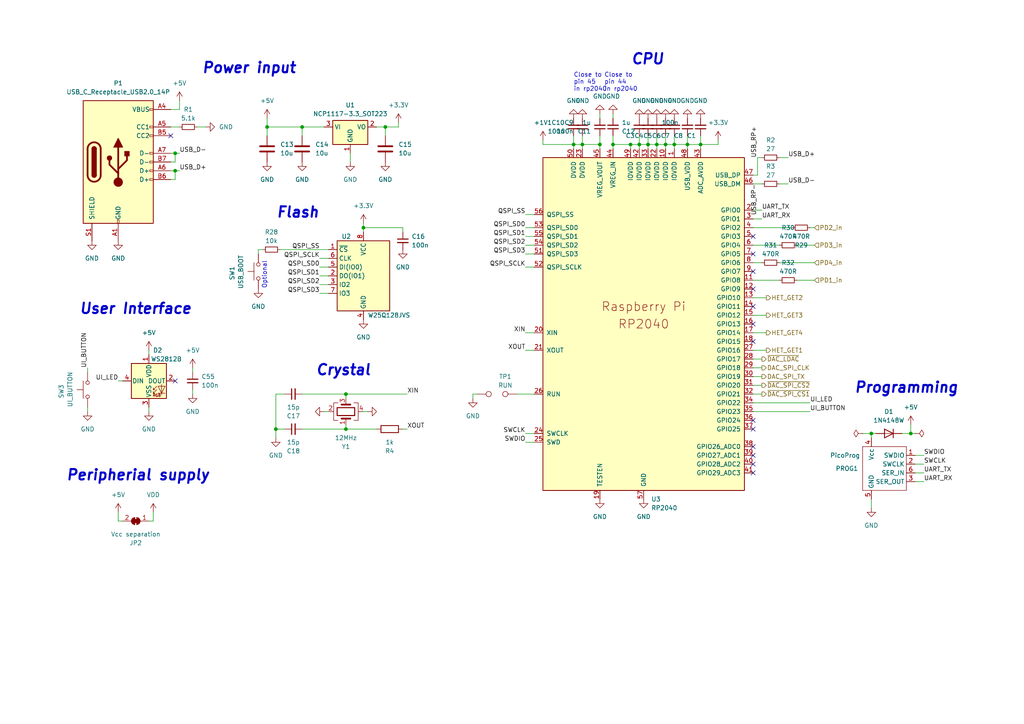
<source format=kicad_sch>
(kicad_sch (version 20231120) (generator "eeschema") (generator_version "8.0")
  (paper "A4")
  (lib_symbols
    (symbol "Connector:TestPoint" (pin_numbers hide) (pin_names (offset 0.762) hide)
      (property "Reference" "TP" (at 0 6.858 0))
      (property "Value" "TestPoint" (at 0 5.08 0))
      (symbol "TestPoint_1_1"
        (pin passive line (at 0 0 90) (length 2.54) (name "1") (number "1"))
      )
    )
    (symbol "Connector:USB_C_Receptacle_USB2.0_14P" (pin_names (offset 1.016))
      (property "Reference" "J" (at 0 22.225 0))
      (property "Value" "USB_C_Receptacle_USB2.0_14P" (at 0 19.685 0))
      (symbol "USB_C_Receptacle_USB2.0_14P_1_1"
        (pin passive line (at 0 -22.86 90) (length 5.08) (name "GND") (number "A1"))
        (pin passive line (at 0 -22.86 90) (length 5.08) hide (name "GND") (number "A12"))
        (pin passive line (at 15.24 15.24 180) (length 5.08) (name "VBUS") (number "A4"))
        (pin bidirectional line (at 15.24 10.16 180) (length 5.08) (name "CC1") (number "A5"))
        (pin bidirectional line (at 15.24 -2.54 180) (length 5.08) (name "D+") (number "A6"))
        (pin bidirectional line (at 15.24 2.54 180) (length 5.08) (name "D-") (number "A7"))
        (pin passive line (at 15.24 15.24 180) (length 5.08) hide (name "VBUS") (number "A9"))
        (pin passive line (at 0 -22.86 90) (length 5.08) hide (name "GND") (number "B1"))
        (pin passive line (at 0 -22.86 90) (length 5.08) hide (name "GND") (number "B12"))
        (pin passive line (at 15.24 15.24 180) (length 5.08) hide (name "VBUS") (number "B4"))
        (pin bidirectional line (at 15.24 7.62 180) (length 5.08) (name "CC2") (number "B5"))
        (pin bidirectional line (at 15.24 -5.08 180) (length 5.08) (name "D+") (number "B6"))
        (pin bidirectional line (at 15.24 0 180) (length 5.08) (name "D-") (number "B7"))
        (pin passive line (at 15.24 15.24 180) (length 5.08) hide (name "VBUS") (number "B9"))
        (pin passive line (at -7.62 -22.86 90) (length 5.08) (name "SHIELD") (number "S1"))
      )
    )
    (symbol "Device:C" (pin_numbers hide) (pin_names (offset 0.254))
      (property "Reference" "C" (at 0.635 2.54 0))
      (property "Value" "C" (at 0.635 -2.54 0))
      (symbol "C_1_1"
        (pin passive line (at 0 3.81 270) (length 2.794) (name "~") (number "1"))
        (pin passive line (at 0 -3.81 90) (length 2.794) (name "~") (number "2"))
      )
    )
    (symbol "Device:C_Small" (pin_numbers hide) (pin_names (offset 0.254) hide)
      (property "Reference" "C" (at 0.254 1.778 0))
      (property "Value" "C_Small" (at 0.254 -2.032 0))
      (symbol "C_Small_1_1"
        (pin passive line (at 0 2.54 270) (length 2.032) (name "~") (number "1"))
        (pin passive line (at 0 -2.54 90) (length 2.032) (name "~") (number "2"))
      )
    )
    (symbol "Device:Crystal_GND24" (pin_names (offset 1.016) hide)
      (property "Reference" "Y" (at 3.175 5.08 0))
      (property "Value" "Crystal_GND24" (at 3.175 3.175 0))
      (symbol "Crystal_GND24_1_1"
        (pin passive line (at -3.81 0 0) (length 1.27) (name "1") (number "1"))
        (pin passive line (at 0 5.08 270) (length 1.27) (name "2") (number "2"))
        (pin passive line (at 3.81 0 180) (length 1.27) (name "3") (number "3"))
        (pin passive line (at 0 -5.08 90) (length 1.27) (name "4") (number "4"))
      )
    )
    (symbol "Device:R" (pin_numbers hide) (pin_names (offset 0))
      (property "Reference" "R" (at 2.032 0 90))
      (property "Value" "R" (at 0 0 90))
      (symbol "R_1_1"
        (pin passive line (at 0 3.81 270) (length 1.27) (name "~") (number "1"))
        (pin passive line (at 0 -3.81 90) (length 1.27) (name "~") (number "2"))
      )
    )
    (symbol "Device:R_Small" (pin_numbers hide) (pin_names (offset 0.254) hide)
      (property "Reference" "R" (at 0.762 0.508 0))
      (property "Value" "R_Small" (at 0.762 -1.016 0))
      (symbol "R_Small_1_1"
        (pin passive line (at 0 2.54 270) (length 0.762) (name "~") (number "1"))
        (pin passive line (at 0 -2.54 90) (length 0.762) (name "~") (number "2"))
      )
    )
    (symbol "Diode:1N4148W" (pin_numbers hide) (pin_names hide)
      (property "Reference" "D" (at 0 2.54 0))
      (property "Value" "1N4148W" (at 0 -2.54 0))
      (symbol "1N4148W_1_1"
        (pin passive line (at -3.81 0 0) (length 2.54) (name "K") (number "1"))
        (pin passive line (at 3.81 0 180) (length 2.54) (name "A") (number "2"))
      )
    )
    (symbol "Jumper:SolderJumper_2_Bridged" (pin_names (offset 0) hide)
      (property "Reference" "JP" (at 0 2.032 0))
      (property "Value" "SolderJumper_2_Bridged" (at 0 -2.54 0))
      (symbol "SolderJumper_2_Bridged_1_1"
        (pin passive line (at -3.81 0 0) (length 2.54) (name "A") (number "1"))
        (pin passive line (at 3.81 0 180) (length 2.54) (name "B") (number "2"))
      )
    )
    (symbol "LED:WS2812B" (pin_names (offset 0.254))
      (property "Reference" "D" (at 5.08 5.715 0))
      (property "Value" "WS2812B" (at 1.27 -5.715 0))
      (symbol "WS2812B_0_0"
        (text "RGB" (at 2.286 -4.191 0) (effects (font (size 0.762 0.762))))
      )
      (symbol "WS2812B_1_1"
        (pin power_in line (at 0 7.62 270) (length 2.54) (name "VDD") (number "1"))
        (pin output line (at 7.62 0 180) (length 2.54) (name "DOUT") (number "2"))
        (pin power_in line (at 0 -7.62 90) (length 2.54) (name "VSS") (number "3"))
        (pin input line (at -7.62 0 0) (length 2.54) (name "DIN") (number "4"))
      )
    )
    (symbol "Memory_Flash:W25Q128JVS"
      (property "Reference" "U" (at -8.89 8.89 0))
      (property "Value" "W25Q128JVS" (at 7.62 8.89 0))
      (symbol "W25Q128JVS_1_1"
        (pin input line (at -10.16 7.62 0) (length 2.54) (name "~{CS}") (number "1"))
        (pin bidirectional line (at -10.16 0 0) (length 2.54) (name "DO(IO1)") (number "2"))
        (pin bidirectional line (at -10.16 -2.54 0) (length 2.54) (name "IO2") (number "3"))
        (pin power_in line (at 0 -12.7 90) (length 2.54) (name "GND") (number "4"))
        (pin bidirectional line (at -10.16 2.54 0) (length 2.54) (name "DI(IO0)") (number "5"))
        (pin input line (at -10.16 5.08 0) (length 2.54) (name "CLK") (number "6"))
        (pin bidirectional line (at -10.16 -5.08 0) (length 2.54) (name "IO3") (number "7"))
        (pin power_in line (at 0 12.7 270) (length 2.54) (name "VCC") (number "8"))
      )
    )
    (symbol "Regulator_Linear:NCP1117-3.3_SOT223"
      (property "Reference" "U" (at -3.81 3.175 0))
      (property "Value" "NCP1117-3.3_SOT223" (at 0 3.175 0))
      (symbol "NCP1117-3.3_SOT223_1_1"
        (pin power_in line (at 0 -7.62 90) (length 2.54) (name "GND") (number "1"))
        (pin power_out line (at 7.62 0 180) (length 2.54) (name "VO") (number "2"))
        (pin power_in line (at -7.62 0 0) (length 2.54) (name "VI") (number "3"))
      )
    )
    (symbol "Switch:SW_Omron_B3FS" (pin_numbers hide) (pin_names (offset 1.016) hide)
      (property "Reference" "SW" (at 1.27 2.54 0))
      (property "Value" "SW_Omron_B3FS" (at 0 -1.524 0))
      (symbol "SW_Omron_B3FS_0_1"
        (pin passive line (at -5.08 0 0) (length 2.54) (name "1") (number "1"))
        (pin passive line (at 5.08 0 180) (length 2.54) (name "2") (number "2"))
      )
    )
    (symbol "power:+1V1" (power) (pin_names (offset 0))
      (property "Value" "+1V1" (at 0 3.556 0))
      (symbol "+1V1_1_1"
        (pin power_in line (at 0 0 90) (length 0) hide (name "+1V1") (number "1"))
      )
    )
    (symbol "power:+3.3V" (power) (pin_names (offset 0))
      (property "Value" "+3.3V" (at 0 3.556 0))
      (symbol "+3.3V_1_1"
        (pin power_in line (at 0 0 90) (length 0) hide (name "+3.3V") (number "1"))
      )
    )
    (symbol "power:+5V" (power) (pin_names (offset 0))
      (property "Value" "+5V" (at 0 3.556 0))
      (symbol "+5V_1_1"
        (pin power_in line (at 0 0 90) (length 0) hide (name "+5V") (number "1"))
      )
    )
    (symbol "power:GND" (power) (pin_names (offset 0))
      (property "Value" "GND" (at 0 -3.81 0))
      (symbol "GND_1_1"
        (pin power_in line (at 0 0 270) (length 0) hide (name "GND") (number "1"))
      )
    )
    (symbol "power:PWR_FLAG" (power) (pin_numbers hide) (pin_names (offset 0) hide)
      (property "Value" "PWR_FLAG" (at 0 3.81 0))
      (symbol "PWR_FLAG_0_0"
        (pin power_out line (at 0 0 90) (length 0) (name "pwr") (number "1"))
      )
    )
    (symbol "power:VDD" (power) (pin_names (offset 0))
      (property "Value" "VDD" (at 0 3.81 0))
      (symbol "VDD_1_1"
        (pin power_in line (at 0 0 90) (length 0) hide (name "VDD") (number "1"))
      )
    )
    (symbol "programming_connectors:SWD_UART_connector_02x03pin"
      (property "Reference" "PROG" (at 0 7.62 0))
      (symbol "SWD_UART_connector_02x03pin_1_1"
        (pin bidirectional line (at 8.89 3.81 180) (length 2.54) (name "SWDIO") (number "1"))
        (pin output line (at 8.89 1.27 180) (length 2.54) (name "SWCLK") (number "2"))
        (pin output line (at 8.89 -3.81 180) (length 2.54) (name "SER_OUT") (number "3"))
        (pin power_in line (at -3.81 8.89 270) (length 2.54) (name "Vcc") (number "4"))
        (pin power_out line (at -3.81 -8.89 90) (length 2.54) (name "GND") (number "5"))
        (pin input line (at 8.89 -1.27 180) (length 2.54) (name "SER_IN") (number "6"))
      )
    )
    (symbol "rp-pico:RP2040" (pin_names (offset 1.016))
      (property "Reference" "U" (at -29.21 49.53 0))
      (property "Value" "RP2040" (at 24.13 -49.53 0))
      (symbol "RP2040_0_0"
        (text "Raspberry Pi" (at 0 5.08 0) (effects (font (size 2.54 2.54))))
        (text "RP2040" (at 0 0 0) (effects (font (size 2.54 2.54))))
      )
      (symbol "RP2040_1_1"
        (pin power_in line (at 8.89 50.8 270) (length 2.54) (name "IOVDD") (number "1"))
        (pin power_in line (at 6.35 50.8 270) (length 2.54) (name "IOVDD") (number "10"))
        (pin bidirectional line (at 31.75 12.7 180) (length 2.54) (name "GPIO8") (number "11"))
        (pin bidirectional line (at 31.75 10.16 180) (length 2.54) (name "GPIO9") (number "12"))
        (pin bidirectional line (at 31.75 7.62 180) (length 2.54) (name "GPIO10") (number "13"))
        (pin bidirectional line (at 31.75 5.08 180) (length 2.54) (name "GPIO11") (number "14"))
        (pin bidirectional line (at 31.75 2.54 180) (length 2.54) (name "GPIO12") (number "15"))
        (pin bidirectional line (at 31.75 0 180) (length 2.54) (name "GPIO13") (number "16"))
        (pin bidirectional line (at 31.75 -2.54 180) (length 2.54) (name "GPIO14") (number "17"))
        (pin bidirectional line (at 31.75 -5.08 180) (length 2.54) (name "GPIO15") (number "18"))
        (pin passive line (at -12.7 -50.8 90) (length 2.54) (name "TESTEN") (number "19"))
        (pin bidirectional line (at 31.75 33.02 180) (length 2.54) (name "GPIO0") (number "2"))
        (pin input line (at -31.75 -2.54 0) (length 2.54) (name "XIN") (number "20"))
        (pin passive line (at -31.75 -7.62 0) (length 2.54) (name "XOUT") (number "21"))
        (pin power_in line (at 3.81 50.8 270) (length 2.54) (name "IOVDD") (number "22"))
        (pin power_in line (at -17.78 50.8 270) (length 2.54) (name "DVDD") (number "23"))
        (pin output line (at -31.75 -31.75 0) (length 2.54) (name "SWCLK") (number "24"))
        (pin bidirectional line (at -31.75 -34.29 0) (length 2.54) (name "SWD") (number "25"))
        (pin input line (at -31.75 -20.32 0) (length 2.54) (name "RUN") (number "26"))
        (pin bidirectional line (at 31.75 -7.62 180) (length 2.54) (name "GPIO16") (number "27"))
        (pin bidirectional line (at 31.75 -10.16 180) (length 2.54) (name "GPIO17") (number "28"))
        (pin bidirectional line (at 31.75 -12.7 180) (length 2.54) (name "GPIO18") (number "29"))
        (pin bidirectional line (at 31.75 30.48 180) (length 2.54) (name "GPIO1") (number "3"))
        (pin bidirectional line (at 31.75 -15.24 180) (length 2.54) (name "GPIO19") (number "30"))
        (pin bidirectional line (at 31.75 -17.78 180) (length 2.54) (name "GPIO20") (number "31"))
        (pin bidirectional line (at 31.75 -20.32 180) (length 2.54) (name "GPIO21") (number "32"))
        (pin power_in line (at 1.27 50.8 270) (length 2.54) (name "IOVDD") (number "33"))
        (pin bidirectional line (at 31.75 -22.86 180) (length 2.54) (name "GPIO22") (number "34"))
        (pin bidirectional line (at 31.75 -25.4 180) (length 2.54) (name "GPIO23") (number "35"))
        (pin bidirectional line (at 31.75 -27.94 180) (length 2.54) (name "GPIO24") (number "36"))
        (pin bidirectional line (at 31.75 -30.48 180) (length 2.54) (name "GPIO25") (number "37"))
        (pin bidirectional line (at 31.75 -35.56 180) (length 2.54) (name "GPIO26_ADC0") (number "38"))
        (pin bidirectional line (at 31.75 -38.1 180) (length 2.54) (name "GPIO27_ADC1") (number "39"))
        (pin bidirectional line (at 31.75 27.94 180) (length 2.54) (name "GPIO2") (number "4"))
        (pin bidirectional line (at 31.75 -40.64 180) (length 2.54) (name "GPIO28_ADC2") (number "40"))
        (pin bidirectional line (at 31.75 -43.18 180) (length 2.54) (name "GPIO29_ADC3") (number "41"))
        (pin power_in line (at -1.27 50.8 270) (length 2.54) (name "IOVDD") (number "42"))
        (pin power_in line (at 16.51 50.8 270) (length 2.54) (name "ADC_AVDD") (number "43"))
        (pin power_in line (at -8.89 50.8 270) (length 2.54) (name "VREG_IN") (number "44"))
        (pin power_out line (at -12.7 50.8 270) (length 2.54) (name "VREG_VOUT") (number "45"))
        (pin bidirectional line (at 31.75 40.64 180) (length 2.54) (name "USB_DM") (number "46"))
        (pin bidirectional line (at 31.75 43.18 180) (length 2.54) (name "USB_DP") (number "47"))
        (pin power_in line (at 12.7 50.8 270) (length 2.54) (name "USB_VDD") (number "48"))
        (pin power_in line (at -3.81 50.8 270) (length 2.54) (name "IOVDD") (number "49"))
        (pin bidirectional line (at 31.75 25.4 180) (length 2.54) (name "GPIO3") (number "5"))
        (pin power_in line (at -20.32 50.8 270) (length 2.54) (name "DVDD") (number "50"))
        (pin bidirectional line (at -31.75 20.32 0) (length 2.54) (name "QSPI_SD3") (number "51"))
        (pin output line (at -31.75 16.51 0) (length 2.54) (name "QSPI_SCLK") (number "52"))
        (pin bidirectional line (at -31.75 27.94 0) (length 2.54) (name "QSPI_SD0") (number "53"))
        (pin bidirectional line (at -31.75 22.86 0) (length 2.54) (name "QSPI_SD2") (number "54"))
        (pin bidirectional line (at -31.75 25.4 0) (length 2.54) (name "QSPI_SD1") (number "55"))
        (pin bidirectional line (at -31.75 31.75 0) (length 2.54) (name "QSPI_SS") (number "56"))
        (pin power_in line (at 0 -50.8 90) (length 2.54) (name "GND") (number "57"))
        (pin bidirectional line (at 31.75 22.86 180) (length 2.54) (name "GPIO4") (number "6"))
        (pin bidirectional line (at 31.75 20.32 180) (length 2.54) (name "GPIO5") (number "7"))
        (pin bidirectional line (at 31.75 17.78 180) (length 2.54) (name "GPIO6") (number "8"))
        (pin bidirectional line (at 31.75 15.24 180) (length 2.54) (name "GPIO7") (number "9"))
      )
    )
  )
  (junction (at 195.58 41.91))
  (junction (at 177.8 41.91))
  (junction (at 50.8 49.53))
  (junction (at 100.33 124.46))
  (junction (at 168.91 41.91))
  (junction (at 199.39 41.91))
  (junction (at 187.96 41.91))
  (junction (at 77.47 36.83))
  (junction (at 203.2 41.91))
  (junction (at 105.41 66.04))
  (junction (at 111.76 36.83))
  (junction (at 80.01 124.46))
  (junction (at 166.37 41.91))
  (junction (at 100.33 114.3))
  (junction (at 185.42 41.91))
  (junction (at 264.16 125.73))
  (junction (at 193.04 41.91))
  (junction (at 87.63 36.83))
  (junction (at 173.99 41.91))
  (junction (at 190.5 41.91))
  (junction (at 182.88 41.91))
  (junction (at 50.8 44.45))
  (junction (at 252.73 125.73))
  (no_connect (at 50.8 110.49))
  (no_connect (at 218.44 124.46))
  (no_connect (at 218.44 132.08))
  (no_connect (at 218.44 129.54))
  (no_connect (at 218.44 68.58))
  (no_connect (at 218.44 78.74))
  (no_connect (at 218.44 137.16))
  (no_connect (at 49.53 39.37))
  (no_connect (at 218.44 83.82))
  (no_connect (at 218.44 73.66))
  (no_connect (at 218.44 99.06))
  (no_connect (at 218.44 134.62))
  (no_connect (at 218.44 121.92))
  (no_connect (at 218.44 88.9))
  (no_connect (at 218.44 93.98))
  (wire (pts (xy 43.18 151.13) (xy 44.45 151.13)))
  (wire (pts (xy 154.94 125.73) (xy 152.4 125.73)))
  (wire (pts (xy 87.63 124.46) (xy 100.33 124.46)))
  (wire (pts (xy 220.98 63.5) (xy 218.44 63.5)))
  (wire (pts (xy 264.16 125.73) (xy 264.16 123.19)))
  (wire (pts (xy 195.58 41.91) (xy 195.58 43.18)))
  (wire (pts (xy 111.76 36.83) (xy 111.76 39.37)))
  (wire (pts (xy 193.04 39.37) (xy 193.04 41.91)))
  (wire (pts (xy 199.39 39.37) (xy 199.39 41.91)))
  (wire (pts (xy 190.5 39.37) (xy 190.5 41.91)))
  (wire (pts (xy 49.53 46.99) (xy 50.8 46.99)))
  (wire (pts (xy 166.37 41.91) (xy 166.37 43.18)))
  (wire (pts (xy 231.14 81.28) (xy 236.22 81.28)))
  (wire (pts (xy 100.33 115.57) (xy 100.33 114.3)))
  (wire (pts (xy 105.41 64.77) (xy 105.41 66.04)))
  (wire (pts (xy 195.58 39.37) (xy 195.58 41.91)))
  (wire (pts (xy 152.4 68.58) (xy 154.94 68.58)))
  (wire (pts (xy 92.71 77.47) (xy 95.25 77.47)))
  (wire (pts (xy 152.4 101.6) (xy 154.94 101.6)))
  (wire (pts (xy 137.16 114.3) (xy 137.16 115.57)))
  (wire (pts (xy 187.96 41.91) (xy 190.5 41.91)))
  (wire (pts (xy 173.99 34.29) (xy 173.99 33.02)))
  (wire (pts (xy 199.39 41.91) (xy 203.2 41.91)))
  (wire (pts (xy 80.01 124.46) (xy 80.01 114.3)))
  (wire (pts (xy 231.14 71.12) (xy 236.22 71.12)))
  (wire (pts (xy 177.8 41.91) (xy 182.88 41.91)))
  (wire (pts (xy 218.44 101.6) (xy 222.25 101.6)))
  (wire (pts (xy 52.07 49.53) (xy 50.8 49.53)))
  (wire (pts (xy 105.41 66.04) (xy 116.84 66.04)))
  (wire (pts (xy 50.8 46.99) (xy 50.8 44.45)))
  (wire (pts (xy 106.68 119.38) (xy 105.41 119.38)))
  (wire (pts (xy 25.4 118.11) (xy 25.4 119.38)))
  (wire (pts (xy 218.44 104.14) (xy 220.98 104.14)))
  (wire (pts (xy 199.39 41.91) (xy 199.39 43.18)))
  (wire (pts (xy 101.6 44.45) (xy 101.6 46.99)))
  (wire (pts (xy 138.43 114.3) (xy 137.16 114.3)))
  (wire (pts (xy 92.71 82.55) (xy 95.25 82.55)))
  (wire (pts (xy 92.71 85.09) (xy 95.25 85.09)))
  (wire (pts (xy 152.4 66.04) (xy 154.94 66.04)))
  (wire (pts (xy 93.98 36.83) (xy 87.63 36.83)))
  (wire (pts (xy 252.73 144.78) (xy 252.73 147.32)))
  (wire (pts (xy 34.29 110.49) (xy 35.56 110.49)))
  (wire (pts (xy 109.22 36.83) (xy 111.76 36.83)))
  (wire (pts (xy 218.44 96.52) (xy 222.25 96.52)))
  (wire (pts (xy 152.4 62.23) (xy 154.94 62.23)))
  (wire (pts (xy 49.53 52.07) (xy 50.8 52.07)))
  (wire (pts (xy 74.93 72.39) (xy 76.2 72.39)))
  (wire (pts (xy 265.43 132.08) (xy 267.97 132.08)))
  (wire (pts (xy 100.33 114.3) (xy 118.11 114.3)))
  (wire (pts (xy 44.45 148.59) (xy 44.45 151.13)))
  (wire (pts (xy 218.44 109.22) (xy 220.98 109.22)))
  (wire (pts (xy 264.16 125.73) (xy 265.43 125.73)))
  (wire (pts (xy 218.44 53.34) (xy 220.98 53.34)))
  (wire (pts (xy 82.55 124.46) (xy 80.01 124.46)))
  (wire (pts (xy 92.71 74.93) (xy 95.25 74.93)))
  (wire (pts (xy 218.44 86.36) (xy 222.25 86.36)))
  (wire (pts (xy 80.01 114.3) (xy 82.55 114.3)))
  (wire (pts (xy 74.93 73.66) (xy 74.93 72.39)))
  (wire (pts (xy 157.48 41.91) (xy 166.37 41.91)))
  (wire (pts (xy 55.88 113.03) (xy 55.88 114.3)))
  (wire (pts (xy 208.28 41.91) (xy 203.2 41.91)))
  (wire (pts (xy 218.44 66.04) (xy 229.87 66.04)))
  (wire (pts (xy 166.37 39.37) (xy 166.37 41.91)))
  (wire (pts (xy 115.57 36.83) (xy 111.76 36.83)))
  (wire (pts (xy 208.28 40.64) (xy 208.28 41.91)))
  (wire (pts (xy 254 125.73) (xy 252.73 125.73)))
  (wire (pts (xy 87.63 36.83) (xy 87.63 39.37)))
  (wire (pts (xy 203.2 43.18) (xy 203.2 41.91)))
  (wire (pts (xy 100.33 124.46) (xy 109.22 124.46)))
  (wire (pts (xy 55.88 106.68) (xy 55.88 107.95)))
  (wire (pts (xy 43.18 118.11) (xy 43.18 119.38)))
  (wire (pts (xy 218.44 76.2) (xy 220.98 76.2)))
  (wire (pts (xy 219.71 45.72) (xy 220.98 45.72)))
  (wire (pts (xy 218.44 91.44) (xy 222.25 91.44)))
  (wire (pts (xy 43.18 101.6) (xy 43.18 102.87)))
  (wire (pts (xy 190.5 41.91) (xy 190.5 43.18)))
  (wire (pts (xy 250.19 125.73) (xy 252.73 125.73)))
  (wire (pts (xy 193.04 41.91) (xy 190.5 41.91)))
  (wire (pts (xy 218.44 71.12) (xy 226.06 71.12)))
  (wire (pts (xy 218.44 116.84) (xy 234.95 116.84)))
  (wire (pts (xy 252.73 125.73) (xy 252.73 127)))
  (wire (pts (xy 149.86 114.3) (xy 154.94 114.3)))
  (wire (pts (xy 152.4 73.66) (xy 154.94 73.66)))
  (wire (pts (xy 100.33 124.46) (xy 100.33 123.19)))
  (wire (pts (xy 87.63 114.3) (xy 100.33 114.3)))
  (wire (pts (xy 195.58 41.91) (xy 193.04 41.91)))
  (wire (pts (xy 265.43 137.16) (xy 267.97 137.16)))
  (wire (pts (xy 157.48 40.64) (xy 157.48 41.91)))
  (wire (pts (xy 118.11 124.46) (xy 116.84 124.46)))
  (wire (pts (xy 173.99 39.37) (xy 173.99 41.91)))
  (wire (pts (xy 77.47 36.83) (xy 87.63 36.83)))
  (wire (pts (xy 177.8 34.29) (xy 177.8 33.02)))
  (wire (pts (xy 50.8 44.45) (xy 49.53 44.45)))
  (wire (pts (xy 218.44 111.76) (xy 220.98 111.76)))
  (wire (pts (xy 93.98 119.38) (xy 95.25 119.38)))
  (wire (pts (xy 218.44 81.28) (xy 226.06 81.28)))
  (wire (pts (xy 52.07 44.45) (xy 50.8 44.45)))
  (wire (pts (xy 218.44 114.3) (xy 220.98 114.3)))
  (wire (pts (xy 168.91 39.37) (xy 168.91 41.91)))
  (wire (pts (xy 77.47 34.29) (xy 77.47 36.83)))
  (wire (pts (xy 49.53 36.83) (xy 52.07 36.83)))
  (wire (pts (xy 187.96 41.91) (xy 187.96 43.18)))
  (wire (pts (xy 154.94 128.27) (xy 152.4 128.27)))
  (wire (pts (xy 177.8 43.18) (xy 177.8 41.91)))
  (wire (pts (xy 261.62 125.73) (xy 264.16 125.73)))
  (wire (pts (xy 52.07 31.75) (xy 49.53 31.75)))
  (wire (pts (xy 187.96 41.91) (xy 185.42 41.91)))
  (wire (pts (xy 265.43 134.62) (xy 267.97 134.62)))
  (wire (pts (xy 234.95 66.04) (xy 236.22 66.04)))
  (wire (pts (xy 57.15 36.83) (xy 59.69 36.83)))
  (wire (pts (xy 219.71 50.8) (xy 218.44 50.8)))
  (wire (pts (xy 185.42 39.37) (xy 185.42 41.91)))
  (wire (pts (xy 265.43 139.7) (xy 267.97 139.7)))
  (wire (pts (xy 187.96 39.37) (xy 187.96 41.91)))
  (wire (pts (xy 116.84 67.31) (xy 116.84 66.04)))
  (wire (pts (xy 168.91 41.91) (xy 173.99 41.91)))
  (wire (pts (xy 220.98 60.96) (xy 218.44 60.96)))
  (wire (pts (xy 80.01 124.46) (xy 80.01 127)))
  (wire (pts (xy 173.99 41.91) (xy 173.99 43.18)))
  (wire (pts (xy 77.47 39.37) (xy 77.47 36.83)))
  (wire (pts (xy 152.4 77.47) (xy 154.94 77.47)))
  (wire (pts (xy 203.2 39.37) (xy 203.2 41.91)))
  (wire (pts (xy 193.04 41.91) (xy 193.04 43.18)))
  (wire (pts (xy 166.37 41.91) (xy 168.91 41.91)))
  (wire (pts (xy 81.28 72.39) (xy 95.25 72.39)))
  (wire (pts (xy 152.4 96.52) (xy 154.94 96.52)))
  (wire (pts (xy 34.29 151.13) (xy 34.29 148.59)))
  (wire (pts (xy 219.71 45.72) (xy 219.71 50.8)))
  (wire (pts (xy 25.4 107.95) (xy 25.4 106.68)))
  (wire (pts (xy 226.06 76.2) (xy 236.22 76.2)))
  (wire (pts (xy 182.88 41.91) (xy 182.88 43.18)))
  (wire (pts (xy 50.8 52.07) (xy 50.8 49.53)))
  (wire (pts (xy 34.29 151.13) (xy 35.56 151.13)))
  (wire (pts (xy 168.91 41.91) (xy 168.91 43.18)))
  (wire (pts (xy 218.44 119.38) (xy 234.95 119.38)))
  (wire (pts (xy 199.39 41.91) (xy 195.58 41.91)))
  (wire (pts (xy 185.42 41.91) (xy 185.42 43.18)))
  (wire (pts (xy 152.4 71.12) (xy 154.94 71.12)))
  (wire (pts (xy 177.8 39.37) (xy 177.8 41.91)))
  (wire (pts (xy 50.8 49.53) (xy 49.53 49.53)))
  (wire (pts (xy 226.06 53.34) (xy 228.6 53.34)))
  (wire (pts (xy 105.41 66.04) (xy 105.41 67.31)))
  (wire (pts (xy 115.57 35.56) (xy 115.57 36.83)))
  (wire (pts (xy 218.44 106.68) (xy 220.98 106.68)))
  (wire (pts (xy 92.71 80.01) (xy 95.25 80.01)))
  (wire (pts (xy 185.42 41.91) (xy 182.88 41.91)))
  (wire (pts (xy 226.06 45.72) (xy 228.6 45.72)))
  (wire (pts (xy 52.07 29.21) (xy 52.07 31.75)))
  (text "Flash" (at 80.01 63.5 0) (effects (font (size 3 3) (thickness 0.6) (bold yes) (italic yes)) (justify left bottom)))
  (text "Close to \npin 44 \nin rp2040\n" (at 175.26 26.67 0) (effects (font (size 1.27 1.27)) (justify left bottom)))
  (text "Crystal" (at 91.44 109.22 0) (effects (font (size 3 3) (thickness 0.6) (bold yes) (italic yes)) (justify left bottom)))
  (text "Close to \npin 45\nin rp2040\n" (at 166.37 26.67 0) (effects (font (size 1.27 1.27)) (justify left bottom)))
  (text "Peripherial supply" (at 19.05 139.7 0) (effects (font (size 3 3) (thickness 0.6) (bold yes) (italic yes)) (justify left bottom)))
  (text "Optional" (at 77.47 83.82 90) (effects (font (size 1.27 1.27)) (justify left bottom)))
  (text "CPU" (at 182.88 19.05 0) (effects (font (size 3 3) (thickness 0.6) (bold yes) (italic yes)) (justify left bottom)))
  (text "User Interface" (at 22.86 91.44 0) (effects (font (size 3 3) (thickness 0.6) (bold yes) (italic yes)) (justify left bottom)))
  (text "Programming" (at 247.65 114.3 0) (effects (font (size 3 3) (thickness 0.6) (bold yes) (italic yes)) (justify left bottom)))
  (text "Power input" (at 58.42 21.59 0) (effects (font (size 3 3) (thickness 0.6) (bold yes) (italic yes)) (justify left bottom)))
  (label "USB_D-" (at 228.6 53.34 0))
  (label "XIN" (at 118.11 114.3 0))
  (label "UART_RX" (at 267.97 139.7 0))
  (label "QSPI_SCLK" (at 152.4 77.47 180))
  (label "SWDIO" (at 152.4 128.27 180))
  (label "QSPI_SD0" (at 92.71 77.47 180))
  (label "UI_BUTTON" (at 25.4 106.68 90))
  (label "USB_D+" (at 52.07 49.53 0))
  (label "UART_TX" (at 267.97 137.16 0))
  (label "UART_RX" (at 220.98 63.5 0))
  (label "UI_LED" (at 234.95 116.84 0))
  (label "UART_TX" (at 220.98 60.96 0))
  (label "XOUT" (at 118.11 124.46 0))
  (label "QSPI_SD1" (at 92.71 80.01 180))
  (label "USB_D-" (at 52.07 44.45 0))
  (label "QSPI_SD0" (at 152.4 66.04 180))
  (label "XIN" (at 152.4 96.52 180))
  (label "QSPI_SD2" (at 92.71 82.55 180))
  (label "QSPI_SD3" (at 152.4 73.66 180))
  (label "SWCLK" (at 267.97 134.62 0))
  (label "UI_LED" (at 34.29 110.49 180))
  (label "USB_D+" (at 228.6 45.72 0))
  (label "USB_RP-" (at 219.71 53.34 270))
  (label "QSPI_SD1" (at 152.4 68.58 180))
  (label "QSPI_SD2" (at 152.4 71.12 180))
  (label "USB_RP+" (at 219.71 45.72 90))
  (label "QSPI_SD3" (at 92.71 85.09 180))
  (label "QSPI_SS" (at 92.71 72.39 180))
  (label "SWDIO" (at 267.97 132.08 0))
  (label "QSPI_SS" (at 152.4 62.23 180))
  (label "XOUT" (at 152.4 101.6 180))
  (label "SWCLK" (at 152.4 125.73 180))
  (label "QSPI_SCLK" (at 92.71 74.93 180))
  (label "UI_BUTTON" (at 234.95 119.38 0))
  (hierarchical_label "PD2_in" (shape input) (at 236.22 66.04 0))
  (hierarchical_label "PD1_in" (shape input) (at 236.22 81.28 0))
  (hierarchical_label "DAC_SPI_TX" (shape output) (at 220.98 109.22 0))
  (hierarchical_label "HET_GET1" (shape output) (at 222.25 101.6 0))
  (hierarchical_label "~{DAC_SPI_CS1}" (shape output) (at 220.98 114.3 0))
  (hierarchical_label "~{DAC_SPI_CS2}" (shape output) (at 220.98 111.76 0))
  (hierarchical_label "HET_GET2" (shape output) (at 222.25 86.36 0))
  (hierarchical_label "PD3_in" (shape input) (at 236.22 71.12 0))
  (hierarchical_label "~{DAC_LDAC}" (shape output) (at 220.98 104.14 0))
  (hierarchical_label "HET_GET3" (shape output) (at 222.25 91.44 0))
  (hierarchical_label "PD4_in" (shape input) (at 236.22 76.2 0))
  (hierarchical_label "HET_GET4" (shape output) (at 222.25 96.52 0))
  (hierarchical_label "DAC_SPI_CLK" (shape output) (at 220.98 106.68 0))
  (symbol (lib_id "power:GND") (at 177.8 33.02 180) (unit 1)
    (property "Reference" "#PWR0131" (effects (hide yes)))
    (property "Value" "GND" (at 177.8 27.94 0))
  )
  (symbol (lib_id "power:GND") (at 185.42 34.29 0) (mirror x) (unit 1)
    (property "Reference" "#PWR049" (effects (hide yes)))
    (property "Value" "GND" (at 185.42 29.21 0))
  )
  (symbol (lib_id "Switch:SW_Omron_B3FS") (at 74.93 78.74 90) (mirror x) (unit 1)
    (property "Reference" "SW1" (at 67.31 81.28 0) (effects (justify right)))
    (property "Value" "USB_BOOT" (at 69.85 83.82 0) (effects (justify right)))
    (property "Footprint" "Button_Switch_THT:SW_Tactile_SPST_Angled_PTS645Vx31-2LFS" (effects (hide yes)))
    (property "Datasheet" "https://omronfs.omron.com/en_US/ecb/products/pdf/en-b3fs.pdf" (effects (hide yes)))
    (property "shop_url" "https://www.tme.eu/pl/details/tacta-64k-f/mikroprzelaczniki-tact/ninigi/" (effects (hide yes)))
  )
  (symbol (lib_id "power:+5V") (at 34.29 148.59 0) (unit 1)
    (property "Reference" "#PWR0124" (effects (hide yes)))
    (property "Value" "+5V" (at 34.29 143.51 0))
  )
  (symbol (lib_id "power:+5V") (at 43.18 101.6 0) (unit 1)
    (property "Reference" "#PWR01" (effects (hide yes)))
    (property "Value" "+5V" (at 43.18 96.52 0))
  )
  (symbol (lib_id "power:+3.3V") (at 115.57 35.56 0) (unit 1)
    (property "Reference" "#PWR0113" (effects (hide yes)))
    (property "Value" "+3.3V" (at 115.57 30.48 0))
  )
  (symbol (lib_id "Device:C_Small") (at 195.58 36.83 180) (unit 1)
    (property "Reference" "C7" (at 194.31 39.37 0) (effects (justify left)))
    (property "Value" "100n" (effects (hide yes)))
    (property "Footprint" "Capacitor_SMD:C_0603_1608Metric_Pad1.08x0.95mm_HandSolder" (effects (hide yes)))
    (property "shop_url" "https://www.tme.eu/pl/details/cl10b104kb8nnnc/kondensatory-mlcc-smd/samsung/" (effects (hide yes)))
  )
  (symbol (lib_id "power:+5V") (at 77.47 34.29 0) (unit 1)
    (property "Reference" "#PWR0118" (effects (hide yes)))
    (property "Value" "+5V" (at 77.47 29.21 0))
  )
  (symbol (lib_id "Device:C_Small") (at 116.84 69.85 0) (unit 1)
    (property "Reference" "C16" (at 119.38 68.5863 0) (effects (justify left)))
    (property "Value" "100n" (at 119.38 71.1263 0) (effects (justify left)))
    (property "Footprint" "Capacitor_SMD:C_0603_1608Metric_Pad1.08x0.95mm_HandSolder" (effects (hide yes)))
    (property "shop_url" "https://www.tme.eu/pl/details/cl10b104kb8nnnc/kondensatory-mlcc-smd/samsung/" (effects (hide yes)))
  )
  (symbol (lib_id "power:GND") (at 34.29 69.85 0) (mirror y) (unit 1)
    (property "Reference" "#PWR0114" (effects (hide yes)))
    (property "Value" "GND" (at 34.29 74.93 0))
  )
  (symbol (lib_id "power:GND") (at 193.04 34.29 0) (mirror x) (unit 1)
    (property "Reference" "#PWR046" (effects (hide yes)))
    (property "Value" "GND" (at 193.04 29.21 0))
  )
  (symbol (lib_id "power:GND") (at 166.37 34.29 0) (mirror x) (unit 1)
    (property "Reference" "#PWR053" (effects (hide yes)))
    (property "Value" "GND" (at 166.37 29.21 0))
  )
  (symbol (lib_id "power:PWR_FLAG") (at 250.19 125.73 90) (unit 1)
    (property "Reference" "#FLG0102" (effects (hide yes)))
    (property "Value" "PWR_FLAG" (effects (hide yes)))
  )
  (symbol (lib_id "Device:C_Small") (at 187.96 36.83 180) (unit 1)
    (property "Reference" "C4" (at 186.69 39.37 0) (effects (justify left)))
    (property "Value" "100n" (effects (hide yes)))
    (property "Footprint" "Capacitor_SMD:C_0603_1608Metric_Pad1.08x0.95mm_HandSolder" (effects (hide yes)))
    (property "shop_url" "https://www.tme.eu/pl/details/cl10b104kb8nnnc/kondensatory-mlcc-smd/samsung/" (effects (hide yes)))
  )
  (symbol (lib_id "Device:Crystal_GND24") (at 100.33 119.38 90) (unit 1)
    (property "Reference" "Y1" (at 100.33 129.54 90))
    (property "Value" "12MHz" (at 100.33 127 90))
    (property "Footprint" "Crystal:Crystal_SMD_2520-4Pin_2.5x2.0mm" (effects (hide yes)))
    (property "shop_url" "https://pl.farnell.com/abracon/abm8-272-t3/crystal-12mhz-10pf-3-2mm-x-2-5mm/dp/4331750" (effects (hide yes)))
  )
  (symbol (lib_id "power:+5V") (at 264.16 123.19 0) (unit 1)
    (property "Reference" "#PWR0104" (effects (hide yes)))
    (property "Value" "+5V" (at 264.16 118.11 0))
  )
  (symbol (lib_id "power:GND") (at 80.01 127 0) (mirror y) (unit 1)
    (property "Reference" "#PWR0119" (effects (hide yes)))
    (property "Value" "GND" (at 80.01 132.08 0))
  )
  (symbol (lib_id "Device:C_Small") (at 166.37 36.83 0) (mirror x) (unit 1)
    (property "Reference" "C10" (at 163.83 35.5536 0) (effects (justify right)))
    (property "Value" "100n" (at 163.83 38.0936 0) (effects (justify right)))
    (property "Footprint" "Capacitor_SMD:C_0603_1608Metric_Pad1.08x0.95mm_HandSolder" (effects (hide yes)))
    (property "shop_url" "https://www.tme.eu/pl/details/cl10b104kb8nnnc/kondensatory-mlcc-smd/samsung/" (effects (hide yes)))
  )
  (symbol (lib_id "LED:WS2812B") (at 43.18 110.49 0) (unit 1)
    (property "Reference" "D2" (at 45.72 101.6 0))
    (property "Value" "WS2812B" (at 48.26 104.14 0))
    (property "Footprint" "LED_SMD:LED_WS2812B_PLCC4_5.0x5.0mm_P3.2mm" (effects (hide yes)))
    (property "shop_url" "kupione" (effects (hide yes)))
  )
  (symbol (lib_id "Device:R") (at 113.03 124.46 270) (mirror x) (unit 1)
    (property "Reference" "R4" (at 113.03 130.81 90))
    (property "Value" "1k" (at 113.03 128.27 90))
    (property "Footprint" "Resistor_SMD:R_0603_1608Metric_Pad0.98x0.95mm_HandSolder" (effects (hide yes)))
    (property "shop_url" "https://allegro.pl/oferta/640szt-zestaw-rezystorow-smd-0603-32-wartosci-11048988499" (effects (hide yes)))
  )
  (symbol (lib_id "Device:C") (at 87.63 43.18 0) (unit 1)
    (property "Reference" "C14" (at 91.44 41.91 0) (effects (justify left)))
    (property "Value" "10u" (at 91.44 44.45 0) (effects (justify left)))
    (property "Footprint" "Capacitor_SMD:C_0805_2012Metric_Pad1.18x1.45mm_HandSolder" (effects (hide yes)))
    (property "shop_url" "https://www.tme.eu/pl/details/cl21a106koqnnng/kondensatory-mlcc-smd/samsung/" (effects (hide yes)))
  )
  (symbol (lib_id "Device:C_Small") (at 173.99 36.83 180) (unit 1)
    (property "Reference" "C11" (at 171.45 38.0937 0) (effects (justify left)))
    (property "Value" "1u" (at 171.45 35.5537 0) (effects (justify left)))
    (property "Footprint" "Capacitor_SMD:C_0603_1608Metric_Pad1.08x0.95mm_HandSolder" (effects (hide yes)))
    (property "shop_url" "https://www.tme.eu/pl/details/cl10a105ko8nnnc/kondensatory-mlcc-smd/samsung/" (effects (hide yes)))
  )
  (symbol (lib_id "rp-pico:RP2040") (at 186.69 93.98 0) (unit 1)
    (property "Reference" "U3" (at 188.8841 144.78 0) (effects (justify left)))
    (property "Value" "RP2040" (at 188.8841 147.32 0) (effects (justify left)))
    (property "Footprint" "Package_DFN_QFN:QFN-56-1EP_7x7mm_P0.4mm_EP3.2x3.2mm" (effects (hide yes)))
    (property "shop_url" "https://www.mouser.pl/ProductDetail/Raspberry-Pi/SC09147?qs=T%252BzbugeAwjhSpdbCB4ve%252Bg%3D%3D" (effects (hide yes)))
  )
  (symbol (lib_id "Device:C_Small") (at 193.04 36.83 180) (unit 1)
    (property "Reference" "C6" (at 191.77 39.37 0) (effects (justify left)))
    (property "Value" "100n" (effects (hide yes)))
    (property "Footprint" "Capacitor_SMD:C_0603_1608Metric_Pad1.08x0.95mm_HandSolder" (effects (hide yes)))
    (property "shop_url" "https://www.tme.eu/pl/details/cl10b104kb8nnnc/kondensatory-mlcc-smd/samsung/" (effects (hide yes)))
  )
  (symbol (lib_id "power:GND") (at 195.58 34.29 0) (mirror x) (unit 1)
    (property "Reference" "#PWR029" (effects (hide yes)))
    (property "Value" "GND" (at 195.58 29.21 0))
  )
  (symbol (lib_id "Connector:USB_C_Receptacle_USB2.0_14P") (at 34.29 46.99 0) (unit 1)
    (property "Reference" "P1" (at 34.29 24.13 0))
    (property "Value" "USB_C_Receptacle_USB2.0_14P" (at 34.29 26.67 0))
    (property "Footprint" "Connector_USB:USB_C_Receptacle_G-Switch_GT-USB-7010ASV" (effects (hide yes)))
    (property "Datasheet" "https://www.usb.org/sites/default/files/documents/usb_type-c.zip" (effects (hide yes)))
  )
  (symbol (lib_id "power:GND") (at 25.4 119.38 0) (mirror y) (unit 1)
    (property "Reference" "#PWR031" (effects (hide yes)))
    (property "Value" "GND" (at 25.4 124.46 0))
  )
  (symbol (lib_id "Device:R_Small") (at 228.6 71.12 270) (unit 1)
    (property "Reference" "R30" (at 228.6 66.04 90))
    (property "Value" "470R" (at 228.6 68.58 90))
    (property "Footprint" "Resistor_SMD:R_0603_1608Metric_Pad0.98x0.95mm_HandSolder" (effects (hide yes)))
    (property "shop_url" "https://allegro.pl/oferta/640szt-zestaw-rezystorow-smd-0603-32-wartosci-11048988499" (effects (hide yes)))
  )
  (symbol (lib_id "Connector:TestPoint") (at 138.43 114.3 270) (unit 1)
    (property "Reference" "TP2" (effects (hide yes)))
    (property "Value" "TestPoint" (effects (hide yes)))
    (property "Description" "test point" (effects (hide yes)))
  )
  (symbol (lib_id "Device:R_Small") (at 223.52 76.2 270) (unit 1)
    (property "Reference" "R31" (at 223.52 71.12 90))
    (property "Value" "470R" (at 223.52 73.66 90))
    (property "Footprint" "Resistor_SMD:R_0603_1608Metric_Pad0.98x0.95mm_HandSolder" (effects (hide yes)))
    (property "shop_url" "https://allegro.pl/oferta/640szt-zestaw-rezystorow-smd-0603-32-wartosci-11048988499" (effects (hide yes)))
  )
  (symbol (lib_id "Regulator_Linear:NCP1117-3.3_SOT223") (at 101.6 36.83 0) (unit 1)
    (property "Reference" "U1" (at 101.6 30.48 0))
    (property "Value" "NCP1117-3.3_SOT223" (at 101.6 33.02 0))
    (property "Footprint" "Package_TO_SOT_SMD:SOT-223-3_TabPin2" (effects (hide yes)))
    (property "Datasheet" "http://www.onsemi.com/pub_link/Collateral/NCP1117-D.PDF" (effects (hide yes)))
    (property "shop_url" "https://www.tme.eu/pl/details/az1117ih-3.3trg1/stabilizatory-napiecia-nieregulowane-ldo/diodes-incorporated/" (effects (hide yes)))
  )
  (symbol (lib_id "power:PWR_FLAG") (at 265.43 125.73 270) (unit 1)
    (property "Reference" "#FLG0101" (effects (hide yes)))
    (property "Value" "PWR_FLAG" (effects (hide yes)))
  )
  (symbol (lib_id "Device:R_Small") (at 228.6 81.28 270) (unit 1)
    (property "Reference" "R32" (at 228.6 76.2 90))
    (property "Value" "470R" (at 228.6 78.74 90))
    (property "Footprint" "Resistor_SMD:R_0603_1608Metric_Pad0.98x0.95mm_HandSolder" (effects (hide yes)))
    (property "shop_url" "https://allegro.pl/oferta/640szt-zestaw-rezystorow-smd-0603-32-wartosci-11048988499" (effects (hide yes)))
  )
  (symbol (lib_id "power:+3.3V") (at 208.28 40.64 0) (unit 1)
    (property "Reference" "#PWR0132" (effects (hide yes)))
    (property "Value" "+3.3V" (at 208.28 35.56 0))
  )
  (symbol (lib_id "Device:C_Small") (at 185.42 36.83 180) (unit 1)
    (property "Reference" "C3" (at 184.15 39.37 0) (effects (justify left)))
    (property "Value" "100n" (effects (hide yes)))
    (property "Footprint" "Capacitor_SMD:C_0603_1608Metric_Pad1.08x0.95mm_HandSolder" (effects (hide yes)))
    (property "shop_url" "https://www.tme.eu/pl/details/cl10b104kb8nnnc/kondensatory-mlcc-smd/samsung/" (effects (hide yes)))
  )
  (symbol (lib_id "Device:C_Small") (at 55.88 110.49 0) (unit 1)
    (property "Reference" "C55" (at 58.42 109.2263 0) (effects (justify left)))
    (property "Value" "100n" (at 58.42 111.7663 0) (effects (justify left)))
    (property "Footprint" "Capacitor_SMD:C_0603_1608Metric_Pad1.08x0.95mm_HandSolder" (effects (hide yes)))
    (property "shop_url" "https://www.tme.eu/pl/details/cl10b104kb8nnnc/kondensatory-mlcc-smd/samsung/" (effects (hide yes)))
  )
  (symbol (lib_id "Diode:1N4148W") (at 257.81 125.73 0) (mirror y) (unit 1)
    (property "Reference" "D1" (at 257.81 119.38 0))
    (property "Value" "1N4148W" (at 257.81 121.92 0))
    (property "Footprint" "Diode_SMD:D_SOD-123" (effects (hide yes)))
    (property "Sim.Device" "D" (effects (hide yes)))
    (property "Sim.Pins" "1=K 2=A" (effects (hide yes)))
    (property "shop_url" "https://www.tme.eu/pl/details/1n4148w-tp/diody-uniwersalne-smd/micro-commercial-components/" (effects (hide yes)))
  )
  (symbol (lib_id "Connector:TestPoint") (at 149.86 114.3 90) (unit 1)
    (property "Reference" "TP1" (at 146.558 109.22 90))
    (property "Value" "RUN" (at 146.558 111.76 90))
    (property "Description" "test point" (effects (hide yes)))
  )
  (symbol (lib_id "Device:C_Small") (at 85.09 114.3 90) (mirror x) (unit 1)
    (property "Reference" "C17" (at 85.0963 120.65 90))
    (property "Value" "15p" (at 85.0963 118.11 90))
    (property "Footprint" "Capacitor_SMD:C_0603_1608Metric_Pad1.08x0.95mm_HandSolder" (effects (hide yes)))
    (property "shop_url" "https://www.tme.eu/pl/details/cc0603jrnpo9150/kondensatory-mlcc-smd/yageo/cc0603jrnpo9bn150/" (effects (hide yes)))
  )
  (symbol (lib_id "Device:C") (at 77.47 43.18 0) (unit 1)
    (property "Reference" "C13" (at 81.28 41.91 0) (effects (justify left)))
    (property "Value" "10u" (at 81.28 44.45 0) (effects (justify left)))
    (property "Footprint" "Capacitor_SMD:C_0805_2012Metric_Pad1.18x1.45mm_HandSolder" (effects (hide yes)))
    (property "shop_url" "https://www.tme.eu/pl/details/cl21a106koqnnng/kondensatory-mlcc-smd/samsung/" (effects (hide yes)))
  )
  (symbol (lib_id "power:GND") (at 43.18 119.38 0) (mirror y) (unit 1)
    (property "Reference" "#PWR032" (effects (hide yes)))
    (property "Value" "GND" (at 43.18 124.46 0))
  )
  (symbol (lib_id "Switch:SW_Omron_B3FS") (at 25.4 113.03 90) (mirror x) (unit 1)
    (property "Reference" "SW3" (at 17.78 115.57 0) (effects (justify right)))
    (property "Value" "UI_BUTTON" (at 20.32 118.11 0) (effects (justify right)))
    (property "Footprint" "Button_Switch_THT:SW_Tactile_SPST_Angled_PTS645Vx31-2LFS" (effects (hide yes)))
    (property "Datasheet" "https://omronfs.omron.com/en_US/ecb/products/pdf/en-b3fs.pdf" (effects (hide yes)))
    (property "shop_url" "https://www.tme.eu/pl/details/tacta-64k-f/mikroprzelaczniki-tact/ninigi/" (effects (hide yes)))
  )
  (symbol (lib_id "power:GND") (at 101.6 46.99 0) (unit 1)
    (property "Reference" "#PWR0108" (effects (hide yes)))
    (property "Value" "GND" (at 101.6 52.07 0))
  )
  (symbol (lib_id "power:GND") (at 168.91 34.29 0) (mirror x) (unit 1)
    (property "Reference" "#PWR052" (effects (hide yes)))
    (property "Value" "GND" (at 168.91 29.21 0))
  )
  (symbol (lib_id "power:GND") (at 252.73 147.32 0) (mirror y) (unit 1)
    (property "Reference" "#PWR0103" (effects (hide yes)))
    (property "Value" "GND" (at 252.73 152.4 0))
  )
  (symbol (lib_id "power:VDD") (at 44.45 148.59 0) (unit 1)
    (property "Reference" "#PWR0125" (effects (hide yes)))
    (property "Value" "VDD" (at 44.45 143.51 0))
  )
  (symbol (lib_id "power:GND") (at 87.63 46.99 0) (unit 1)
    (property "Reference" "#PWR0111" (effects (hide yes)))
    (property "Value" "GND" (at 87.63 52.07 0))
  )
  (symbol (lib_id "power:GND") (at 173.99 33.02 180) (unit 1)
    (property "Reference" "#PWR0127" (effects (hide yes)))
    (property "Value" "GND" (at 173.99 27.94 0))
  )
  (symbol (lib_id "Device:C_Small") (at 190.5 36.83 180) (unit 1)
    (property "Reference" "C5" (at 189.23 39.37 0) (effects (justify left)))
    (property "Value" "100n" (effects (hide yes)))
    (property "Footprint" "Capacitor_SMD:C_0603_1608Metric_Pad1.08x0.95mm_HandSolder" (effects (hide yes)))
    (property "shop_url" "https://www.tme.eu/pl/details/cl10b104kb8nnnc/kondensatory-mlcc-smd/samsung/" (effects (hide yes)))
  )
  (symbol (lib_id "power:GND") (at 199.39 34.29 0) (mirror x) (unit 1)
    (property "Reference" "#PWR06" (effects (hide yes)))
    (property "Value" "GND" (at 199.39 29.21 0))
  )
  (symbol (lib_id "power:+1V1") (at 157.48 40.64 0) (unit 1)
    (property "Reference" "#PWR0130" (effects (hide yes)))
    (property "Value" "+1V1" (at 157.48 35.56 0))
  )
  (symbol (lib_id "power:GND") (at 26.67 69.85 0) (mirror y) (unit 1)
    (property "Reference" "#PWR0115" (effects (hide yes)))
    (property "Value" "GND" (at 26.67 74.93 0))
  )
  (symbol (lib_id "Device:C_Small") (at 85.09 124.46 90) (mirror x) (unit 1)
    (property "Reference" "C18" (at 85.0963 130.81 90))
    (property "Value" "15p" (at 85.0963 128.27 90))
    (property "Footprint" "Capacitor_SMD:C_0603_1608Metric_Pad1.08x0.95mm_HandSolder" (effects (hide yes)))
    (property "shop_url" "https://www.tme.eu/pl/details/cc0603jrnpo9150/kondensatory-mlcc-smd/yageo/cc0603jrnpo9bn150/" (effects (hide yes)))
  )
  (symbol (lib_id "Device:C_Small") (at 199.39 36.83 180) (unit 1)
    (property "Reference" "C8" (at 198.12 39.37 0) (effects (justify left)))
    (property "Value" "100n" (at 196.85 35.5537 0) (effects (justify left)))
    (property "Footprint" "Capacitor_SMD:C_0603_1608Metric_Pad1.08x0.95mm_HandSolder" (effects (hide yes)))
    (property "shop_url" "https://www.tme.eu/pl/details/cl10b104kb8nnnc/kondensatory-mlcc-smd/samsung/" (effects (hide yes)))
  )
  (symbol (lib_id "Memory_Flash:W25Q128JVS") (at 105.41 80.01 0) (unit 1)
    (property "Reference" "U2" (at 99.06 68.58 0) (effects (justify left)))
    (property "Value" "W25Q128JVS" (at 106.68 91.44 0) (effects (justify left)))
    (property "Footprint" "Package_SO:SOIC-8_5.23x5.23mm_P1.27mm" (effects (hide yes)))
    (property "Datasheet" "http://www.winbond.com/resource-files/w25q128jv_dtr%20revc%2003272018%20plus.pdf" (effects (hide yes)))
    (property "shop_url" "https://www.mouser.pl/ProductDetail/Winbond/W25Q128JVSIM-TR?qs=qSfuJ%252Bfl%2Fd6ji9IuruL6Zg%3D%3D" (effects (hide yes)))
  )
  (symbol (lib_id "Jumper:SolderJumper_2_Bridged") (at 39.37 151.13 0) (mirror y) (unit 1)
    (property "Reference" "JP2" (at 39.37 157.48 0))
    (property "Value" "Vcc separation" (at 39.37 154.94 0))
    (property "Footprint" "Jumper:SolderJumper-2_P1.3mm_Open_RoundedPad1.0x1.5mm" (effects (hide yes)))
    (property "shop_url" "-" (effects (hide yes)))
  )
  (symbol (lib_id "Device:R_Small") (at 78.74 72.39 90) (unit 1)
    (property "Reference" "R28" (at 78.74 67.31 90))
    (property "Value" "10k" (at 78.74 69.85 90))
    (property "Footprint" "Resistor_SMD:R_0603_1608Metric_Pad0.98x0.95mm_HandSolder" (effects (hide yes)))
    (property "shop_url" "https://allegro.pl/oferta/640szt-zestaw-rezystorow-smd-0603-32-wartosci-11048988499" (effects (hide yes)))
  )
  (symbol (lib_id "Device:C_Small") (at 177.8 36.83 0) (mirror x) (unit 1)
    (property "Reference" "C12" (at 180.34 38.0937 0) (effects (justify left)))
    (property "Value" "1u" (at 180.34 35.5537 0) (effects (justify left)))
    (property "Footprint" "Capacitor_SMD:C_0603_1608Metric_Pad1.08x0.95mm_HandSolder" (effects (hide yes)))
    (property "shop_url" "https://www.tme.eu/pl/details/cl10a105ko8nnnc/kondensatory-mlcc-smd/samsung/" (effects (hide yes)))
  )
  (symbol (lib_id "Device:R_Small") (at 54.61 36.83 90) (unit 1)
    (property "Reference" "R1" (at 54.61 31.75 90))
    (property "Value" "5.1k" (at 54.61 34.29 90))
    (property "Footprint" "Resistor_SMD:R_0603_1608Metric_Pad0.98x0.95mm_HandSolder" (effects (hide yes)))
    (property "shop_url" "https://allegro.pl/oferta/640szt-zestaw-rezystorow-smd-0603-32-wartosci-11048988499" (effects (hide yes)))
  )
  (symbol (lib_id "power:GND") (at 137.16 115.57 0) (mirror y) (unit 1)
    (property "Reference" "#PWR03" (effects (hide yes)))
    (property "Value" "GND" (at 137.16 120.65 0))
  )
  (symbol (lib_id "Device:R_Small") (at 223.52 45.72 270) (unit 1)
    (property "Reference" "R2" (at 223.52 40.64 90))
    (property "Value" "27" (at 223.52 43.18 90))
    (property "Footprint" "Resistor_SMD:R_0603_1608Metric_Pad0.98x0.95mm_HandSolder" (effects (hide yes)))
    (property "shop_url" "https://allegro.pl/oferta/640szt-zestaw-rezystorow-smd-0603-32-wartosci-11048988499" (effects (hide yes)))
  )
  (symbol (lib_id "Device:C") (at 111.76 43.18 0) (unit 1)
    (property "Reference" "C15" (at 115.57 41.91 0) (effects (justify left)))
    (property "Value" "10u" (at 115.57 44.45 0) (effects (justify left)))
    (property "Footprint" "Capacitor_SMD:C_0805_2012Metric_Pad1.18x1.45mm_HandSolder" (effects (hide yes)))
    (property "shop_url" "https://www.tme.eu/pl/details/cl21a106koqnnng/kondensatory-mlcc-smd/samsung/" (effects (hide yes)))
  )
  (symbol (lib_id "power:GND") (at 105.41 92.71 0) (mirror y) (unit 1)
    (property "Reference" "#PWR0120" (effects (hide yes)))
    (property "Value" "GND" (at 105.41 97.79 0))
  )
  (symbol (lib_id "power:GND") (at 203.2 34.29 0) (mirror x) (unit 1)
    (property "Reference" "#PWR051" (effects (hide yes)))
    (property "Value" "GND" (at 203.2 29.21 0))
  )
  (symbol (lib_id "power:GND") (at 116.84 72.39 0) (unit 1)
    (property "Reference" "#PWR0121" (effects (hide yes)))
    (property "Value" "GND" (at 116.84 77.47 0))
  )
  (symbol (lib_id "power:GND") (at 59.69 36.83 90) (unit 1)
    (property "Reference" "#PWR0117" (effects (hide yes)))
    (property "Value" "GND" (at 63.5 36.83 90) (effects (justify right)))
  )
  (symbol (lib_id "Device:C_Small") (at 203.2 36.83 180) (unit 1)
    (property "Reference" "C1" (at 201.93 39.37 0) (effects (justify left)))
    (property "Value" "100n" (effects (hide yes)))
    (property "Footprint" "Capacitor_SMD:C_0603_1608Metric_Pad1.08x0.95mm_HandSolder" (effects (hide yes)))
    (property "shop_url" "https://www.tme.eu/pl/details/cl10b104kb8nnnc/kondensatory-mlcc-smd/samsung/" (effects (hide yes)))
  )
  (symbol (lib_id "power:+3.3V") (at 105.41 64.77 0) (mirror y) (unit 1)
    (property "Reference" "#PWR0110" (effects (hide yes)))
    (property "Value" "+3.3V" (at 105.41 59.69 0))
  )
  (symbol (lib_id "power:GND") (at 186.69 144.78 0) (mirror y) (unit 1)
    (property "Reference" "#PWR0106" (effects (hide yes)))
    (property "Value" "GND" (at 186.69 149.86 0))
  )
  (symbol (lib_id "power:GND") (at 111.76 46.99 0) (unit 1)
    (property "Reference" "#PWR0109" (effects (hide yes)))
    (property "Value" "GND" (at 111.76 52.07 0))
  )
  (symbol (lib_id "power:GND") (at 173.99 144.78 0) (mirror y) (unit 1)
    (property "Reference" "#PWR0105" (effects (hide yes)))
    (property "Value" "GND" (at 173.99 149.86 0))
  )
  (symbol (lib_id "power:GND") (at 55.88 114.3 0) (mirror y) (unit 1)
    (property "Reference" "#PWR035" (effects (hide yes)))
    (property "Value" "GND" (at 55.88 119.38 0))
  )
  (symbol (lib_id "power:GND") (at 77.47 46.99 0) (unit 1)
    (property "Reference" "#PWR0112" (effects (hide yes)))
    (property "Value" "GND" (at 77.47 52.07 0))
  )
  (symbol (lib_id "power:+5V") (at 52.07 29.21 0) (unit 1)
    (property "Reference" "#PWR0116" (effects (hide yes)))
    (property "Value" "+5V" (at 52.07 24.13 0))
  )
  (symbol (lib_id "power:GND") (at 106.68 119.38 90) (unit 1)
    (property "Reference" "#PWR0123" (effects (hide yes)))
    (property "Value" "GND" (effects (hide yes)))
  )
  (symbol (lib_id "Device:R_Small") (at 223.52 53.34 270) (unit 1)
    (property "Reference" "R3" (at 223.52 48.26 90))
    (property "Value" "27" (at 223.52 50.8 90))
    (property "Footprint" "Resistor_SMD:R_0603_1608Metric_Pad0.98x0.95mm_HandSolder" (effects (hide yes)))
    (property "shop_url" "https://allegro.pl/oferta/640szt-zestaw-rezystorow-smd-0603-32-wartosci-11048988499" (effects (hide yes)))
  )
  (symbol (lib_id "power:GND") (at 190.5 34.29 0) (mirror x) (unit 1)
    (property "Reference" "#PWR047" (effects (hide yes)))
    (property "Value" "GND" (at 190.5 29.21 0))
  )
  (symbol (lib_id "programming_connectors:SWD_UART_connector_02x03pin") (at 256.54 135.89 0) (unit 1)
    (property "Reference" "PROG1" (at 248.92 135.89 0) (effects (justify right)))
    (property "Value" "PicoProg" (at 245.11 132.08 0))
    (property "Footprint" "Connector_IDC:IDC-Header_2x03_P2.54mm_Vertical" (effects (hide yes)))
    (property "shop_url" "https://www.tme.eu/pl/details/75869-331lf/zlacza-idc/amphenol-communications-solutions/" (effects (hide yes)))
  )
  (symbol (lib_id "power:+5V") (at 55.88 106.68 0) (unit 1)
    (property "Reference" "#PWR02" (effects (hide yes)))
    (property "Value" "+5V" (at 55.88 101.6 0))
  )
  (symbol (lib_id "Device:R_Small") (at 232.41 66.04 270) (mirror x) (unit 1)
    (property "Reference" "R29" (at 232.41 71.12 90))
    (property "Value" "470R" (at 232.41 68.58 90))
    (property "Footprint" "Resistor_SMD:R_0603_1608Metric_Pad0.98x0.95mm_HandSolder" (effects (hide yes)))
    (property "shop_url" "https://allegro.pl/oferta/640szt-zestaw-rezystorow-smd-0603-32-wartosci-11048988499" (effects (hide yes)))
  )
  (symbol (lib_id "Device:C_Small") (at 168.91 36.83 0) (mirror x) (unit 1)
    (property "Reference" "C9" (at 166.37 35.5536 0) (effects (justify right)))
    (property "Value" "100n" (at 166.37 38.0936 0) (effects (justify right)))
    (property "Footprint" "Capacitor_SMD:C_0603_1608Metric_Pad1.08x0.95mm_HandSolder" (effects (hide yes)))
    (property "shop_url" "https://www.tme.eu/pl/details/cl10b104kb8nnnc/kondensatory-mlcc-smd/samsung/" (effects (hide yes)))
  )
  (symbol (lib_id "power:GND") (at 74.93 83.82 0) (mirror y) (unit 1)
    (property "Reference" "#PWR0126" (effects (hide yes)))
    (property "Value" "GND" (at 74.93 88.9 0))
  )
  (symbol (lib_id "power:GND") (at 93.98 119.38 270) (unit 1)
    (property "Reference" "#PWR0122" (effects (hide yes)))
    (property "Value" "GND" (effects (hide yes)))
  )
  (symbol (lib_id "power:GND") (at 187.96 34.29 0) (mirror x) (unit 1)
    (property "Reference" "#PWR048" (effects (hide yes)))
    (property "Value" "GND" (at 187.96 29.21 0))
  )
)
</source>
